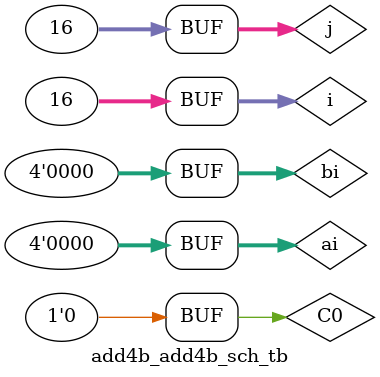
<source format=v>

`timescale 1ns / 1ps

module add4b_add4b_sch_tb();

// Inputs
   reg [3:0] ai;
   reg [3:0] bi;
   reg C0;

// Output
   wire [3:0] s;
   wire GG;
   wire GP;

// Bidirs

// Instantiate the UUT
   add4b UUT (
		.ai(ai), 
		.bi(bi), 
		.C0(C0), 
		.s(s), 
		.GG(GG), 
		.GP(GP)
   );
// Initialize Inputs
   //`ifdef auto_init
   integer i,j;
	initial begin
		ai = 0;
		bi = 0;
		C0 = 0;
		for (i=0;i<=15;i=i+1)
		begin
			#50;
			ai=i+1;
			for (j=0;j<=15;j=j+1) begin
				#50;
				bi=j+1;
			end
		end
	end
   //`endif
endmodule

</source>
